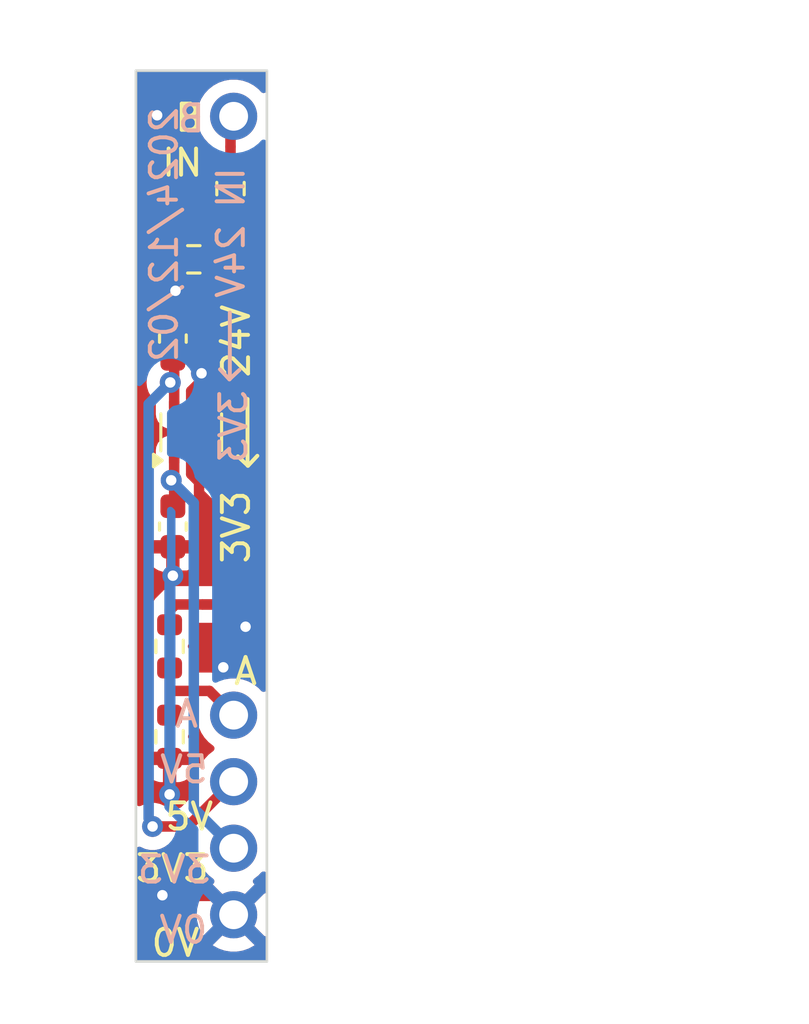
<source format=kicad_pcb>
(kicad_pcb (version 20241229) (generator "pcbnew") (generator_version "9.0")
  (layers (0 "F.Cu" signal) (2 "B.Cu" signal) (13 "F.Paste" user) (15 "B.Paste" user) (5 "F.SilkS" user "F.Silkscreen") (7 "B.SilkS" user "B.Silkscreen") (1 "F.Mask" user) (3 "B.Mask" user) (25 "Edge.Cuts" user))
  (net 0 "")
  (net 1 "/GND")
  (net 2 "/3V3")
  (net 3 "/5V")
  (net 4 "/IN_i")
  (net 5 "Net-(U1-A)")
  (net 6 "Net-(U1-B)")
  (net 7 "/IN")
  (footprint "Chimere_comps:Pastille" (layer "F.Cu") (at 248.92 88.9)
    (property "Reference" "TP2" (hide yes))
    (property "Value" "TestPoint" (hide yes))
    (pad "1" thru_hole circle (at 0 0) (size 1.8 1.8) (drill 1.1) (layers "*.Cu" "*.Mask") (net 4 "/IN_i"))
  )
  (footprint "Resistor_SMD:R_0603_1608Metric" (layer "F.Cu") (at 247.4 71.5 180)
    (property "Reference" "R5" (hide yes))
    (property "Value" "2k2")
    (fp_line (start -0.237258 0.5225) (end 0.237258 0.5225) (stroke (width 0.12)) (layer "F.SilkS"))
    (fp_line (start -0.237258 -0.5225) (end 0.237258 -0.5225) (stroke (width 0.12)) (layer "F.SilkS"))
    (pad "1" smd roundrect (at -0.825 0 180) (size 0.8 0.95) (layers "F.Cu" "F.Mask" "F.Paste") (net 6 "Net-(U1-B)"))
    (pad "2" smd roundrect (at 0.825 0 180) (size 0.8 0.95) (layers "F.Cu" "F.Mask" "F.Paste") (net 1 "/GND"))
  )
  (footprint "Resistor_SMD:R_0603_1608Metric" (layer "F.Cu") (at 248.8 68.8 90)
    (property "Reference" "R6" (hide yes))
    (property "Value" "10k")
    (fp_line (start -0.237258 -0.5225) (end 0.237258 -0.5225) (stroke (width 0.12)) (layer "F.SilkS"))
    (fp_line (start -0.237258 0.5225) (end 0.237258 0.5225) (stroke (width 0.12)) (layer "F.SilkS"))
    (pad "1" smd roundrect (at -0.825 0 90) (size 0.8 0.95) (layers "F.Cu" "F.Mask" "F.Paste") (net 6 "Net-(U1-B)"))
    (pad "2" smd roundrect (at 0.825 0 90) (size 0.8 0.95) (layers "F.Cu" "F.Mask" "F.Paste") (net 7 "/IN"))
  )
  (footprint "Chimere_comps:Pastille" (layer "F.Cu") (at 248.92 66.04)
    (property "Reference" "TP1" (hide yes))
    (property "Value" "TestPoint" (hide yes))
    (pad "1" thru_hole circle (at 0 0) (size 1.8 1.8) (drill 1.1) (layers "*.Cu" "*.Mask") (net 7 "/IN"))
  )
  (footprint "Resistor_SMD:R_0603_1608Metric" (layer "F.Cu") (at 246.475 86.275 90)
    (property "Reference" "R2" (hide yes))
    (property "Value" "1k")
    (fp_line (start -0.237258 -0.5225) (end 0.237258 -0.5225) (stroke (width 0.12)) (layer "F.SilkS"))
    (fp_line (start -0.237258 0.5225) (end 0.237258 0.5225) (stroke (width 0.12)) (layer "F.SilkS"))
    (pad "1" smd roundrect (at -0.825 0 90) (size 0.8 0.95) (layers "F.Cu" "F.Mask" "F.Paste") (net 4 "/IN_i"))
    (pad "2" smd roundrect (at 0.825 0 90) (size 0.8 0.95) (layers "F.Cu" "F.Mask" "F.Paste") (net 5 "Net-(U1-A)"))
  )
  (footprint "Package_TO_SOT_SMD:SOT-363_SC-70-6" (layer "F.Cu") (at 247.3 78.1 90)
    (property "Reference" "U1" (hide yes))
    (property "Value" "SN74LVC1T45DCK" (hide yes))
    (fp_line (start -0.71 -1.16) (end 0.7 -1.16) (stroke (width 0.12)) (layer "F.SilkS"))
    (fp_line (start -0.7 1.16) (end 0.7 1.16) (stroke (width 0.12)) (layer "F.SilkS"))
    (fp_poly (pts (xy -1.08 -1.11) (xy -1.32 -1.44) (xy -0.84 -1.44) (xy -1.08 -1.11)) (stroke (width 0.12)) (fill yes) (layer "F.SilkS"))
    (pad "1" smd roundrect (at -0.95 -0.65 90) (size 0.65 0.4) (layers "F.Cu" "F.Mask" "F.Paste") (net 2 "/3V3"))
    (pad "2" smd roundrect (at -0.95 0 90) (size 0.65 0.4) (layers "F.Cu" "F.Mask" "F.Paste") (net 1 "/GND"))
    (pad "3" smd roundrect (at -0.95 0.65 90) (size 0.65 0.4) (layers "F.Cu" "F.Mask" "F.Paste") (net 5 "Net-(U1-A)"))
    (pad "4" smd roundrect (at 0.95 0.65 90) (size 0.65 0.4) (layers "F.Cu" "F.Mask" "F.Paste") (net 6 "Net-(U1-B)"))
    (pad "5" smd roundrect (at 0.95 0 90) (size 0.65 0.4) (layers "F.Cu" "F.Mask" "F.Paste") (net 1 "/GND"))
    (pad "6" smd roundrect (at 0.95 -0.65 90) (size 0.65 0.4) (layers "F.Cu" "F.Mask" "F.Paste") (net 3 "/5V"))
  )
  (footprint "Capacitor_SMD:C_0603_1608Metric" (layer "F.Cu") (at 246.6 81.7 -90)
    (property "Reference" "C1" (hide yes))
    (property "Value" "100nF 50V X7R")
    (fp_line (start -0.14058 0.51) (end 0.14058 0.51) (stroke (width 0.12)) (layer "F.SilkS"))
    (fp_line (start -0.14058 -0.51) (end 0.14058 -0.51) (stroke (width 0.12)) (layer "F.SilkS"))
    (pad "1" smd roundrect (at -0.775 0 270) (size 0.9 0.95) (layers "F.Cu" "F.Mask" "F.Paste") (net 2 "/3V3"))
    (pad "2" smd roundrect (at 0.775 0 270) (size 0.9 0.95) (layers "F.Cu" "F.Mask" "F.Paste") (net 1 "/GND"))
  )
  (footprint "Capacitor_SMD:C_0603_1608Metric" (layer "F.Cu") (at 246.6 74.525 90)
    (property "Reference" "C2" (hide yes))
    (property "Value" "100nF 50V X7R")
    (fp_line (start -0.14058 -0.51) (end 0.14058 -0.51) (stroke (width 0.12)) (layer "F.SilkS"))
    (fp_line (start -0.14058 0.51) (end 0.14058 0.51) (stroke (width 0.12)) (layer "F.SilkS"))
    (pad "1" smd roundrect (at -0.775 0 90) (size 0.9 0.95) (layers "F.Cu" "F.Mask" "F.Paste") (net 3 "/5V"))
    (pad "2" smd roundrect (at 0.775 0 90) (size 0.9 0.95) (layers "F.Cu" "F.Mask" "F.Paste") (net 1 "/GND"))
  )
  (footprint "Resistor_SMD:R_0603_1608Metric" (layer "F.Cu") (at 246.475 89.725 -90)
    (property "Reference" "R1" (hide yes))
    (property "Value" "100k")
    (fp_line (start -0.237258 0.5225) (end 0.237258 0.5225) (stroke (width 0.12)) (layer "F.SilkS"))
    (fp_line (start -0.237258 -0.5225) (end 0.237258 -0.5225) (stroke (width 0.12)) (layer "F.SilkS"))
    (pad "1" smd roundrect (at -0.825 0 270) (size 0.8 0.95) (layers "F.Cu" "F.Mask" "F.Paste") (net 4 "/IN_i"))
    (pad "2" smd roundrect (at 0.825 0 270) (size 0.8 0.95) (layers "F.Cu" "F.Mask" "F.Paste") (net 1 "/GND"))
  )
  (footprint "Chimere_comps:Pastille" (layer "F.Cu") (at 248.92 96.52)
    (property "Reference" "TP5" (hide yes))
    (property "Value" "TestPoint" (hide yes))
    (pad "1" thru_hole circle (at 0 0) (size 1.8 1.8) (drill 1.1) (layers "*.Cu" "*.Mask") (net 1 "/GND"))
  )
  (footprint "Chimere_comps:Pastille" (layer "F.Cu") (at 248.92 91.44)
    (property "Reference" "TP3" (hide yes))
    (property "Value" "TestPoint" (hide yes))
    (pad "1" thru_hole circle (at 0 0) (size 1.8 1.8) (drill 1.1) (layers "*.Cu" "*.Mask") (net 3 "/5V"))
  )
  (footprint "Chimere_comps:Pastille" (layer "F.Cu") (at 248.92 93.98)
    (property "Reference" "TP4" (hide yes))
    (property "Value" "TestPoint" (hide yes))
    (pad "1" thru_hole circle (at 0 0) (size 1.8 1.8) (drill 1.1) (layers "*.Cu" "*.Mask") (net 2 "/3V3"))
  )
  (gr_line (start 249.45 76.83) (end 249.45 79.37) (stroke (width 0.15)) (layer "F.SilkS"))
  (gr_line (start 249.0825 79.02) (end 249.4675 79.38) (stroke (width 0.15)) (layer "F.SilkS"))
  (gr_line (start 249.825 79) (end 249.465 79.385) (stroke (width 0.15)) (layer "F.SilkS"))
  (gr_line (start 249.1425 75.72) (end 248.7575 76.08) (stroke (width 0.15)) (layer "B.SilkS"))
  (gr_line (start 248.775 73.53) (end 248.775 76.07) (stroke (width 0.15)) (layer "B.SilkS"))
  (gr_line (start 248.4 75.7) (end 248.76 76.085) (stroke (width 0.15)) (layer "B.SilkS"))
  (gr_line (start 245.19 98.3) (end 245.19 64.3) (stroke (width 0.1)) (layer "Edge.Cuts"))
  (gr_line (start 250.19 64.3) (end 245.19 64.3) (stroke (width 0.1)) (layer "Edge.Cuts"))
  (gr_line (start 250.19 98.3) (end 245.19 98.3) (stroke (width 0.1)) (layer "Edge.Cuts"))
  (gr_line (start 250.19 98.3) (end 250.19 64.3) (stroke (width 0.1)) (layer "Edge.Cuts"))
  (gr_text "A" (at 249.375 87.225 0) (layer "F.SilkS") (effects (font (size 1 1))))
  (gr_text "B" (at 247.2 66.1 0) (layer "F.SilkS") (effects (font (size 1 1))))
  (gr_text "IN" (at 246.1 68.4 0) (layer "F.SilkS") (effects (font (size 1 1)) (justify left bottom)))
  (gr_text "0V" (at 246.7 97.6 0) (layer "F.SilkS") (effects (font (size 1 1))))
  (gr_text "5V" (at 247.225 92.775 0) (layer "F.SilkS") (effects (font (size 1 1))))
  (gr_text "3V3" (at 246.575 94.75 0) (layer "F.SilkS") (effects (font (size 1 1))))
  (gr_text "24V" (at 249.6 76.1 90) (layer "F.SilkS") (effects (font (size 1 1)) (justify left bottom)))
  (gr_text "3V3" (at 249.6 83.2 90) (layer "F.SilkS") (effects (font (size 1 1)) (justify left bottom)))
  (gr_text "5V" (at 247.025 90.975 0) (layer "B.SilkS") (effects (font (size 1 1)) (justify mirror)))
  (gr_text "B" (at 247.3 66.125 0) (layer "B.SilkS") (effects (font (size 1 1)) (justify mirror)))
  (gr_text "IN" (at 249.4 67.9 90) (layer "B.SilkS") (effects (font (size 1 1)) (justify left bottom mirror)))
  (gr_text "A" (at 247.125 88.85 0) (layer "B.SilkS") (effects (font (size 1 1)) (justify mirror)))
  (gr_text "0V" (at 247 97.1 0) (layer "B.SilkS") (effects (font (size 1 1)) (justify mirror)))
  (gr_text "3V3" (at 249.5 76.4 90) (layer "B.SilkS") (effects (font (size 1 1)) (justify left bottom mirror)))
  (gr_text "2024/12/02" (at 246.85 65.6 90) (layer "B.SilkS") (effects (font (size 1 1)) (justify left bottom mirror)))
  (gr_text "24V" (at 249.4 70.1 90) (layer "B.SilkS") (effects (font (size 1 1)) (justify left bottom mirror)))
  (gr_text "3V3" (at 246.65 94.8 0) (layer "B.SilkS") (effects (font (size 1 1)) (justify mirror)))
  (segment (start 246.725 72.725) (end 246.7 72.7) (width 0.4) (layer "F.Cu") (net 1))
  (segment (start 246.475 90.55) (end 246.475 91.925) (width 0.4) (layer "F.Cu") (net 1))
  (segment (start 245.9 71.5) (end 246.575 71.5) (width 0.4) (layer "F.Cu") (net 1))
  (segment (start 247.6 80) (end 247.6 80.575) (width 0.4) (layer "F.Cu") (net 1))
  (segment (start 247.6 80.575) (end 247.6 83.5) (width 0.4) (layer "F.Cu") (net 1))
  (segment (start 246.6 82.475) (end 246.6 83.57661) (width 0.4) (layer "F.Cu") (net 1))
  (segment (start 246.6 83.57661) (end 246.5995 83.57711) (width 0.4) (layer "F.Cu") (net 1))
  (segment (start 247.825 76) (end 247.625 76.2) (width 0.4) (layer "F.Cu") (net 1))
  (segment (start 247.3 79.7) (end 247.6 80) (width 0.4) (layer "F.Cu") (net 1))
  (segment (start 247.52289 83.57711) (end 246.5995 83.57711) (width 0.4) (layer "F.Cu") (net 1))
  (segment (start 247.3 77.15) (end 247.3 76.525) (width 0.4) (layer "F.Cu") (net 1))
  (segment (start 246.2 95.775) (end 246.225 95.8) (width 0.4) (layer "F.Cu") (net 1))
  (segment (start 245.8 72.3) (end 245.8 71.6) (width 0.4) (layer "F.Cu") (net 1))
  (segment (start 246.6 73.75) (end 246.6 72.8) (width 0.4) (layer "F.Cu") (net 1))
  (segment (start 247.825 76) (end 247.693079 75.868079) (width 0.4) (layer "F.Cu") (net 1))
  (segment (start 246.7 72.7) (end 245.9 72.7) (width 0.4) (layer "F.Cu") (net 1))
  (segment (start 245.8 72.6) (end 245.8 72.3) (width 0.4) (layer "F.Cu") (net 1))
  (segment (start 247.693079 75.868079) (end 247.693079 75.849783) (width 0.4) (layer "F.Cu") (net 1))
  (segment (start 247.3 79.05) (end 247.3 79.7) (width 0.4) (layer "F.Cu") (net 1))
  (segment (start 246.225 95.8) (end 248.2 95.8) (width 0.4) (layer "F.Cu") (net 1))
  (segment (start 247.6 83.5) (end 247.52289 83.57711) (width 0.4) (layer "F.Cu") (net 1))
  (segment (start 248.2 95.8) (end 248.92 96.52) (width 0.4) (layer "F.Cu") (net 1))
  (segment (start 247.3 76.525) (end 247.625 76.2) (width 0.4) (layer "F.Cu") (net 1))
  (segment (start 246.6 72.8) (end 246.7 72.7) (width 0.4) (layer "F.Cu") (net 1))
  (segment (start 245.9 72.7) (end 245.8 72.6) (width 0.4) (layer "F.Cu") (net 1))
  (segment (start 245.8 71.6) (end 245.9 71.5) (width 0.4) (layer "F.Cu") (net 1))
  (via (at 246.7 72.7) (size 0.8) (drill 0.4) (layers "F.Cu" "B.Cu") (net 1))
  (via (at 247.693079 75.849783) (size 0.8) (drill 0.4) (layers "F.Cu" "B.Cu") (net 1))
  (via (at 248.525 87.075) (size 0.8) (drill 0.4) (layers "F.Cu" "B.Cu") (net 1))
  (via (at 246.475 91.925) (size 0.8) (drill 0.4) (layers "F.Cu" "B.Cu") (net 1))
  (via (at 246 66) (size 0.8) (drill 0.4) (layers "F.Cu" "B.Cu") (net 1))
  (via (at 246.5995 83.57711) (size 0.8) (drill 0.4) (layers "F.Cu" "B.Cu") (net 1))
  (via (at 249.375 85.525) (size 0.8) (drill 0.4) (layers "F.Cu" "B.Cu") (net 1))
  (via (at 246.2 95.775) (size 0.8) (drill 0.4) (layers "F.Cu" "B.Cu") (net 1))
  (segment (start 246.475 91.925) (end 246.475 83.70161) (width 0.4) (layer "B.Cu") (net 1))
  (segment (start 247.375 94.6) (end 247.375 94.1) (width 0.4) (layer "B.Cu") (net 1))
  (segment (start 246.2 95.775) (end 247.375 94.6) (width 0.4) (layer "B.Cu") (net 1))
  (segment (start 246.475 92.383528) (end 246.475 91.925) (width 0.4) (layer "B.Cu") (net 1))
  (segment (start 247.375 93.283528) (end 246.475 92.383528) (width 0.4) (layer "B.Cu") (net 1))
  (segment (start 246.475 83.70161) (end 246.5995 83.57711) (width 0.4) (layer "B.Cu") (net 1))
  (segment (start 247.375 94.1) (end 247.375 93.283528) (width 0.4) (layer "B.Cu") (net 1))
  (segment (start 246.65 79.05) (end 246.65 79.9) (width 0.4) (layer "F.Cu") (net 2))
  (segment (start 246.65 79.9) (end 246.570976 79.9) (width 0.4) (layer "F.Cu") (net 2))
  (segment (start 246.65 79.9) (end 246.65 80.875) (width 0.4) (layer "F.Cu") (net 2))
  (segment (start 246.570976 79.9) (end 246.535854 79.935122) (width 0.4) (layer "F.Cu") (net 2))
  (via (at 246.535854 79.935122) (size 0.8) (drill 0.4) (layers "F.Cu" "B.Cu") (net 2))
  (segment (start 248.92 93.98) (end 247.3995 92.4595) (width 0.4) (layer "B.Cu") (net 2))
  (segment (start 247.3995 92.4595) (end 247.3995 80.798768) (width 0.4) (layer "B.Cu") (net 2))
  (segment (start 247.3995 80.798768) (end 246.535854 79.935122) (width 0.4) (layer "B.Cu") (net 2))
  (segment (start 247.175 93.15) (end 247.3125 93.0125) (width 0.4) (layer "F.Cu") (net 3))
  (segment (start 248.885 91.44) (end 247.3125 93.0125) (width 0.4) (layer "F.Cu") (net 3))
  (segment (start 246.65 76.2) (end 246.65 75.35) (width 0.4) (layer "F.Cu") (net 3))
  (segment (start 246.65 76.2) (end 246.5005 76.2) (width 0.4) (layer "F.Cu") (net 3))
  (segment (start 245.825 93.15) (end 247.175 93.15) (width 0.4) (layer "F.Cu") (net 3))
  (segment (start 246.65 77.15) (end 246.65 76.2) (width 0.4) (layer "F.Cu") (net 3))
  (via (at 245.825 93.15) (size 0.8) (drill 0.4) (layers "F.Cu" "B.Cu") (net 3))
  (via (at 246.5005 76.2) (size 0.8) (drill 0.4) (layers "F.Cu" "B.Cu") (net 3))
  (segment (start 245.675 77.0255) (end 246.5005 76.2) (width 0.4) (layer "B.Cu") (net 3))
  (segment (start 245.675 92.85) (end 245.675 77.0255) (width 0.4) (layer "B.Cu") (net 3))
  (segment (start 246.475 87.975) (end 246.475 87.1) (width 0.4) (layer "F.Cu") (net 4))
  (segment (start 246.475 87.975) (end 247.995 87.975) (width 0.4) (layer "F.Cu") (net 4))
  (segment (start 247.995 87.975) (end 248.92 88.9) (width 0.4) (layer "F.Cu") (net 4))
  (segment (start 246.475 88.9) (end 246.475 87.975) (width 0.4) (layer "F.Cu") (net 4))
  (segment (start 247.725 84.675) (end 248.55 84.675) (width 0.4) (layer "F.Cu") (net 5))
  (segment (start 249.4 84.375) (end 249.4 80.951472) (width 0.4) (layer "F.Cu") (net 5))
  (segment (start 247.95 79.501472) (end 247.95 79.05) (width 0.4) (layer "F.Cu") (net 5))
  (segment (start 246.475 84.9) (end 246.7 84.675) (width 0.4) (layer "F.Cu") (net 5))
  (segment (start 249.1 84.675) (end 249.4 84.375) (width 0.4) (layer "F.Cu") (net 5))
  (segment (start 246.475 85.45) (end 246.475 84.9) (width 0.4) (layer "F.Cu") (net 5))
  (segment (start 248.525 84.65) (end 249.125 84.65) (width 0.4) (layer "F.Cu") (net 5))
  (segment (start 249.125 84.65) (end 249.4 84.375) (width 0.4) (layer "F.Cu") (net 5))
  (segment (start 246.7 84.675) (end 247.725 84.675) (width 0.4) (layer "F.Cu") (net 5))
  (segment (start 248.55 84.675) (end 248.525 84.65) (width 0.4) (layer "F.Cu") (net 5))
  (segment (start 249.4 80.951472) (end 247.95 79.501472) (width 0.4) (layer "F.Cu") (net 5))
  (segment (start 247.725 84.675) (end 249.1 84.675) (width 0.4) (layer "F.Cu") (net 5))
  (segment (start 247.95 77.15) (end 247.95 76.723528) (width 0.4) (layer "F.Cu") (net 6))
  (segment (start 249.1 70.7) (end 248.8 70.4) (width 0.4) (layer "F.Cu") (net 6))
  (segment (start 249.1 71.5) (end 249.1 70.7) (width 0.4) (layer "F.Cu") (net 6))
  (segment (start 248.225 71.5) (end 249.1 71.5) (width 0.4) (layer "F.Cu") (net 6))
  (segment (start 248.442306 76.311764) (end 249.325 75.42907) (width 0.4) (layer "F.Cu") (net 6))
  (segment (start 249.325 71.725) (end 249.1 71.5) (width 0.4) (layer "F.Cu") (net 6))
  (segment (start 249.325 75.42907) (end 249.325 71.725) (width 0.4) (layer "F.Cu") (net 6))
  (segment (start 248.361764 76.311764) (end 248.442306 76.311764) (width 0.4) (layer "F.Cu") (net 6))
  (segment (start 247.95 76.723528) (end 248.361764 76.311764) (width 0.4) (layer "F.Cu") (net 6))
  (segment (start 248.8 70.4) (end 248.8 69.625) (width 0.4) (layer "F.Cu") (net 6))
  (segment (start 248.8 67.2) (end 248.8 66.16) (width 0.4) (layer "F.Cu") (net 7))
  (segment (start 248.8 67.975) (end 248.8 67.2) (width 0.4) (layer "F.Cu") (net 7))
  (zone (net 1) (net_name "/GND") (layers "F.Cu" "B.Cu") (connect_pads (clearance 0.5)) (min_thickness 0.254) (fill yes (thermal_gap 0.508) (thermal_bridge_width 0.508))
    (polygon (pts (xy 270.9 100.6) (xy 240 100.7) (xy 240 61.7) (xy 270.9 61.6)))
  )
)
</source>
